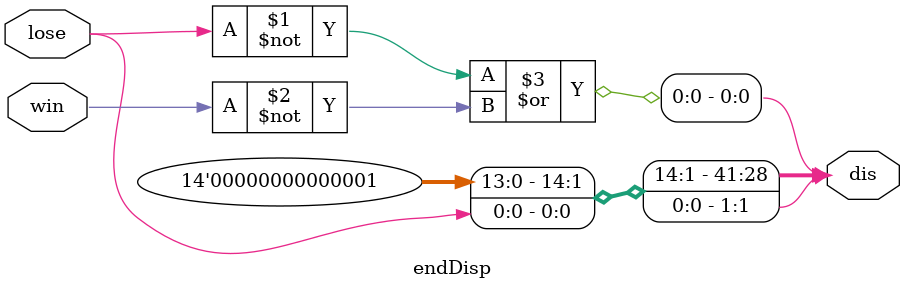
<source format=v>
module endDisp(lose, win, dis);
	input lose, win;
	output [41:0] dis;
	
	assign dis[0] = ~lose | ~win;	
	assign dis[1] = lose;
	
	assign dis[41:28] = 1'b1;

endmodule
</source>
